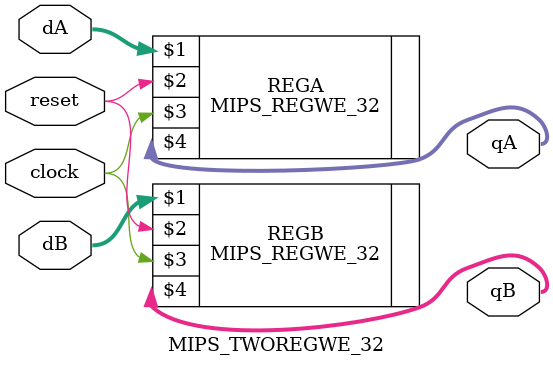
<source format=sv>
module MIPS_TWOREGWE_32(input logic [31:0] dA, dB,
								input logic reset, clock,
								output logic [31:0] qA, qB);
								
	MIPS_REGWE_32 REGA(dA, reset, clock, qA);
	MIPS_REGWE_32 REGB(dB, reset, clock, qB);

endmodule

</source>
